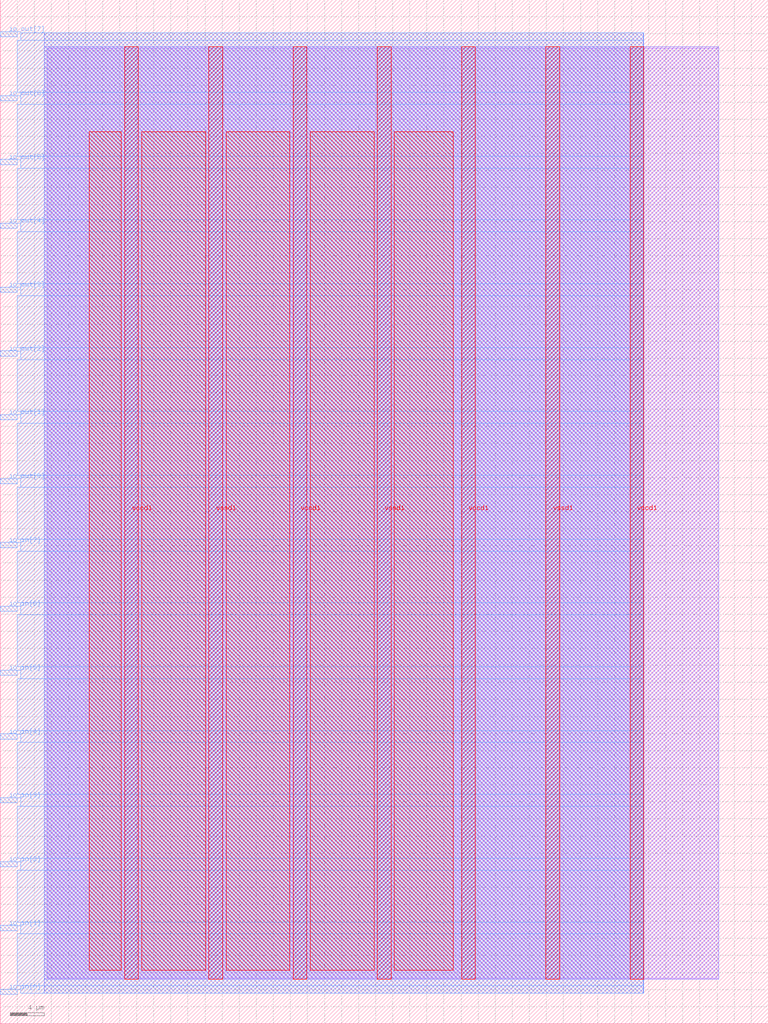
<source format=lef>
VERSION 5.7 ;
  NOWIREEXTENSIONATPIN ON ;
  DIVIDERCHAR "/" ;
  BUSBITCHARS "[]" ;
MACRO tiny_fft
  CLASS BLOCK ;
  FOREIGN tiny_fft ;
  ORIGIN 0.000 0.000 ;
  SIZE 90.000 BY 120.000 ;
  PIN io_in[0]
    DIRECTION INPUT ;
    USE SIGNAL ;
    PORT
      LAYER met3 ;
        RECT 0.000 3.440 2.000 4.040 ;
    END
  END io_in[0]
  PIN io_in[1]
    DIRECTION INPUT ;
    USE SIGNAL ;
    PORT
      LAYER met3 ;
        RECT 0.000 10.920 2.000 11.520 ;
    END
  END io_in[1]
  PIN io_in[2]
    DIRECTION INPUT ;
    USE SIGNAL ;
    PORT
      LAYER met3 ;
        RECT 0.000 18.400 2.000 19.000 ;
    END
  END io_in[2]
  PIN io_in[3]
    DIRECTION INPUT ;
    USE SIGNAL ;
    PORT
      LAYER met3 ;
        RECT 0.000 25.880 2.000 26.480 ;
    END
  END io_in[3]
  PIN io_in[4]
    DIRECTION INPUT ;
    USE SIGNAL ;
    PORT
      LAYER met3 ;
        RECT 0.000 33.360 2.000 33.960 ;
    END
  END io_in[4]
  PIN io_in[5]
    DIRECTION INPUT ;
    USE SIGNAL ;
    PORT
      LAYER met3 ;
        RECT 0.000 40.840 2.000 41.440 ;
    END
  END io_in[5]
  PIN io_in[6]
    DIRECTION INPUT ;
    USE SIGNAL ;
    PORT
      LAYER met3 ;
        RECT 0.000 48.320 2.000 48.920 ;
    END
  END io_in[6]
  PIN io_in[7]
    DIRECTION INPUT ;
    USE SIGNAL ;
    PORT
      LAYER met3 ;
        RECT 0.000 55.800 2.000 56.400 ;
    END
  END io_in[7]
  PIN io_out[0]
    DIRECTION OUTPUT TRISTATE ;
    USE SIGNAL ;
    PORT
      LAYER met3 ;
        RECT 0.000 63.280 2.000 63.880 ;
    END
  END io_out[0]
  PIN io_out[1]
    DIRECTION OUTPUT TRISTATE ;
    USE SIGNAL ;
    PORT
      LAYER met3 ;
        RECT 0.000 70.760 2.000 71.360 ;
    END
  END io_out[1]
  PIN io_out[2]
    DIRECTION OUTPUT TRISTATE ;
    USE SIGNAL ;
    PORT
      LAYER met3 ;
        RECT 0.000 78.240 2.000 78.840 ;
    END
  END io_out[2]
  PIN io_out[3]
    DIRECTION OUTPUT TRISTATE ;
    USE SIGNAL ;
    PORT
      LAYER met3 ;
        RECT 0.000 85.720 2.000 86.320 ;
    END
  END io_out[3]
  PIN io_out[4]
    DIRECTION OUTPUT TRISTATE ;
    USE SIGNAL ;
    PORT
      LAYER met3 ;
        RECT 0.000 93.200 2.000 93.800 ;
    END
  END io_out[4]
  PIN io_out[5]
    DIRECTION OUTPUT TRISTATE ;
    USE SIGNAL ;
    PORT
      LAYER met3 ;
        RECT 0.000 100.680 2.000 101.280 ;
    END
  END io_out[5]
  PIN io_out[6]
    DIRECTION OUTPUT TRISTATE ;
    USE SIGNAL ;
    PORT
      LAYER met3 ;
        RECT 0.000 108.160 2.000 108.760 ;
    END
  END io_out[6]
  PIN io_out[7]
    DIRECTION OUTPUT TRISTATE ;
    USE SIGNAL ;
    PORT
      LAYER met3 ;
        RECT 0.000 115.640 2.000 116.240 ;
    END
  END io_out[7]
  PIN vccd1
    DIRECTION INOUT ;
    USE POWER ;
    PORT
      LAYER met4 ;
        RECT 14.590 5.200 16.190 114.480 ;
    END
    PORT
      LAYER met4 ;
        RECT 34.330 5.200 35.930 114.480 ;
    END
    PORT
      LAYER met4 ;
        RECT 54.070 5.200 55.670 114.480 ;
    END
    PORT
      LAYER met4 ;
        RECT 73.810 5.200 75.410 114.480 ;
    END
  END vccd1
  PIN vssd1
    DIRECTION INOUT ;
    USE GROUND ;
    PORT
      LAYER met4 ;
        RECT 24.460 5.200 26.060 114.480 ;
    END
    PORT
      LAYER met4 ;
        RECT 44.200 5.200 45.800 114.480 ;
    END
    PORT
      LAYER met4 ;
        RECT 63.940 5.200 65.540 114.480 ;
    END
  END vssd1
  OBS
      LAYER li1 ;
        RECT 5.520 5.355 84.180 114.325 ;
      LAYER met1 ;
        RECT 5.130 5.200 84.180 114.480 ;
      LAYER met2 ;
        RECT 5.160 3.555 75.380 116.125 ;
      LAYER met3 ;
        RECT 2.400 115.240 75.400 116.105 ;
        RECT 2.000 109.160 75.400 115.240 ;
        RECT 2.400 107.760 75.400 109.160 ;
        RECT 2.000 101.680 75.400 107.760 ;
        RECT 2.400 100.280 75.400 101.680 ;
        RECT 2.000 94.200 75.400 100.280 ;
        RECT 2.400 92.800 75.400 94.200 ;
        RECT 2.000 86.720 75.400 92.800 ;
        RECT 2.400 85.320 75.400 86.720 ;
        RECT 2.000 79.240 75.400 85.320 ;
        RECT 2.400 77.840 75.400 79.240 ;
        RECT 2.000 71.760 75.400 77.840 ;
        RECT 2.400 70.360 75.400 71.760 ;
        RECT 2.000 64.280 75.400 70.360 ;
        RECT 2.400 62.880 75.400 64.280 ;
        RECT 2.000 56.800 75.400 62.880 ;
        RECT 2.400 55.400 75.400 56.800 ;
        RECT 2.000 49.320 75.400 55.400 ;
        RECT 2.400 47.920 75.400 49.320 ;
        RECT 2.000 41.840 75.400 47.920 ;
        RECT 2.400 40.440 75.400 41.840 ;
        RECT 2.000 34.360 75.400 40.440 ;
        RECT 2.400 32.960 75.400 34.360 ;
        RECT 2.000 26.880 75.400 32.960 ;
        RECT 2.400 25.480 75.400 26.880 ;
        RECT 2.000 19.400 75.400 25.480 ;
        RECT 2.400 18.000 75.400 19.400 ;
        RECT 2.000 11.920 75.400 18.000 ;
        RECT 2.400 10.520 75.400 11.920 ;
        RECT 2.000 4.440 75.400 10.520 ;
        RECT 2.400 3.575 75.400 4.440 ;
      LAYER met4 ;
        RECT 10.415 6.295 14.190 104.545 ;
        RECT 16.590 6.295 24.060 104.545 ;
        RECT 26.460 6.295 33.930 104.545 ;
        RECT 36.330 6.295 43.800 104.545 ;
        RECT 46.200 6.295 53.065 104.545 ;
  END
END tiny_fft
END LIBRARY


</source>
